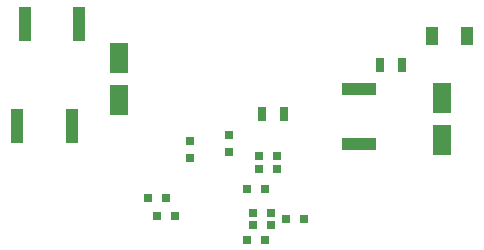
<source format=gbr>
G04 #@! TF.GenerationSoftware,KiCad,Pcbnew,5.0.2-bee76a0~70~ubuntu18.04.1*
G04 #@! TF.CreationDate,2019-01-26T17:59:04+01:00*
G04 #@! TF.ProjectId,adf5355,61646635-3335-4352-9e6b-696361645f70,rev?*
G04 #@! TF.SameCoordinates,Original*
G04 #@! TF.FileFunction,Paste,Bot*
G04 #@! TF.FilePolarity,Positive*
%FSLAX46Y46*%
G04 Gerber Fmt 4.6, Leading zero omitted, Abs format (unit mm)*
G04 Created by KiCad (PCBNEW 5.0.2-bee76a0~70~ubuntu18.04.1) date lör 26 jan 2019 17:59:04*
%MOMM*%
%LPD*%
G01*
G04 APERTURE LIST*
%ADD10R,1.000000X3.000000*%
%ADD11R,1.600000X2.600000*%
%ADD12R,1.000000X1.600000*%
%ADD13R,3.000000X1.000000*%
%ADD14R,0.700000X1.300000*%
%ADD15R,0.800000X0.750000*%
%ADD16R,0.750000X0.800000*%
G04 APERTURE END LIST*
D10*
G04 #@! TO.C,C21*
X92583000Y-94996000D03*
X97183000Y-94996000D03*
G04 #@! TD*
G04 #@! TO.C,C27*
X93204000Y-86360000D03*
X97804000Y-86360000D03*
G04 #@! TD*
D11*
G04 #@! TO.C,C36*
X128524000Y-96227900D03*
X128524000Y-92627900D03*
G04 #@! TD*
D12*
G04 #@! TO.C,C39*
X130647700Y-87376000D03*
X127647700Y-87376000D03*
G04 #@! TD*
D13*
G04 #@! TO.C,C42*
X121539000Y-91934000D03*
X121539000Y-96534000D03*
G04 #@! TD*
D14*
G04 #@! TO.C,R4*
X125143300Y-89839800D03*
X123243300Y-89839800D03*
G04 #@! TD*
D11*
G04 #@! TO.C,C22*
X101219000Y-92837000D03*
X101219000Y-89237000D03*
G04 #@! TD*
D14*
G04 #@! TO.C,R15*
X115184000Y-93980000D03*
X113284000Y-93980000D03*
G04 #@! TD*
D15*
G04 #@! TO.C,C10*
X103644000Y-101092000D03*
X105144000Y-101092000D03*
G04 #@! TD*
G04 #@! TO.C,C12*
X113526000Y-104648000D03*
X112026000Y-104648000D03*
G04 #@! TD*
D16*
G04 #@! TO.C,C16*
X110490000Y-95770000D03*
X110490000Y-97270000D03*
G04 #@! TD*
D15*
G04 #@! TO.C,C49*
X114034000Y-102362000D03*
X112534000Y-102362000D03*
G04 #@! TD*
D16*
G04 #@! TO.C,C26*
X107188000Y-97778000D03*
X107188000Y-96278000D03*
G04 #@! TD*
D15*
G04 #@! TO.C,C29*
X113042000Y-97536000D03*
X114542000Y-97536000D03*
G04 #@! TD*
G04 #@! TO.C,C51*
X113526000Y-100330000D03*
X112026000Y-100330000D03*
G04 #@! TD*
G04 #@! TO.C,C54*
X113030000Y-98679000D03*
X114530000Y-98679000D03*
G04 #@! TD*
G04 #@! TO.C,C56*
X105906000Y-102616000D03*
X104406000Y-102616000D03*
G04 #@! TD*
G04 #@! TO.C,C59*
X115328000Y-102870000D03*
X116828000Y-102870000D03*
G04 #@! TD*
G04 #@! TO.C,C60*
X114034000Y-103378000D03*
X112534000Y-103378000D03*
G04 #@! TD*
M02*

</source>
